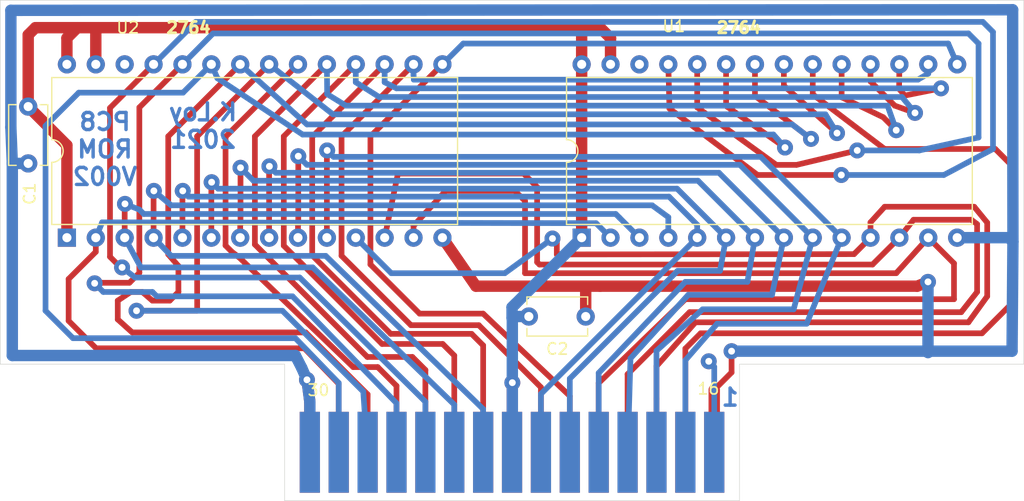
<source format=kicad_pcb>
(kicad_pcb (version 20171130) (host pcbnew "(5.1.8)-1")

  (general
    (thickness 1.6)
    (drawings 16)
    (tracks 376)
    (zones 0)
    (modules 5)
    (nets 30)
  )

  (page A4)
  (title_block
    (title "alphatronic PC8  ROM-PACK")
    (date 2021-01-23)
    (rev 2)
    (comment 1 "K.Loy, Nürnberg")
  )

  (layers
    (0 F.Cu signal)
    (31 B.Cu signal)
    (32 B.Adhes user)
    (33 F.Adhes user)
    (34 B.Paste user)
    (35 F.Paste user)
    (36 B.SilkS user)
    (37 F.SilkS user)
    (38 B.Mask user)
    (39 F.Mask user)
    (40 Dwgs.User user)
    (41 Cmts.User user)
    (42 Eco1.User user)
    (43 Eco2.User user)
    (44 Edge.Cuts user)
    (45 Margin user)
    (46 B.CrtYd user)
    (47 F.CrtYd user)
    (48 B.Fab user)
    (49 F.Fab user)
  )

  (setup
    (last_trace_width 0.25)
    (user_trace_width 0.5)
    (user_trace_width 0.75)
    (user_trace_width 1)
    (user_trace_width 1.5)
    (user_trace_width 2)
    (trace_clearance 0.2)
    (zone_clearance 0.508)
    (zone_45_only no)
    (trace_min 0.2)
    (via_size 0.8)
    (via_drill 0.4)
    (via_min_size 0.4)
    (via_min_drill 0.3)
    (uvia_size 0.3)
    (uvia_drill 0.1)
    (uvias_allowed no)
    (uvia_min_size 0.2)
    (uvia_min_drill 0.1)
    (edge_width 0.05)
    (segment_width 0.2)
    (pcb_text_width 0.3)
    (pcb_text_size 1.5 1.5)
    (mod_edge_width 0.12)
    (mod_text_size 1 1)
    (mod_text_width 0.15)
    (pad_size 1.524 1.524)
    (pad_drill 0.762)
    (pad_to_mask_clearance 0)
    (aux_axis_origin 0 0)
    (grid_origin 147.955 120.015)
    (visible_elements 7FFFFFFF)
    (pcbplotparams
      (layerselection 0x010fc_ffffffff)
      (usegerberextensions false)
      (usegerberattributes true)
      (usegerberadvancedattributes true)
      (creategerberjobfile true)
      (excludeedgelayer true)
      (linewidth 0.100000)
      (plotframeref false)
      (viasonmask false)
      (mode 1)
      (useauxorigin false)
      (hpglpennumber 1)
      (hpglpenspeed 20)
      (hpglpendiameter 15.000000)
      (psnegative false)
      (psa4output false)
      (plotreference true)
      (plotvalue true)
      (plotinvisibletext false)
      (padsonsilk false)
      (subtractmaskfromsilk false)
      (outputformat 1)
      (mirror false)
      (drillshape 0)
      (scaleselection 1)
      (outputdirectory "Gerber/"))
  )

  (net 0 "")
  (net 1 VCC)
  (net 2 GND)
  (net 3 "Net-(J1-Pad1)")
  (net 4 /A0)
  (net 5 /A1)
  (net 6 /A8)
  (net 7 /A9)
  (net 8 /A10)
  (net 9 /A11)
  (net 10 /CS1#)
  (net 11 /D0)
  (net 12 /D1)
  (net 13 /D2)
  (net 14 /D3)
  (net 15 /D4)
  (net 16 /D5)
  (net 17 /CS2#)
  (net 18 /OE#)
  (net 19 /A12)
  (net 20 /A7)
  (net 21 /D6)
  (net 22 /D7)
  (net 23 /A2)
  (net 24 /A3)
  (net 25 /A4)
  (net 26 /A5)
  (net 27 /A6)
  (net 28 "Net-(U1-Pad26)")
  (net 29 "Net-(U2-Pad26)")

  (net_class Default "This is the default net class."
    (clearance 0.2)
    (trace_width 0.25)
    (via_dia 0.8)
    (via_drill 0.4)
    (uvia_dia 0.3)
    (uvia_drill 0.1)
    (add_net /A0)
    (add_net /A1)
    (add_net /A10)
    (add_net /A11)
    (add_net /A12)
    (add_net /A2)
    (add_net /A3)
    (add_net /A4)
    (add_net /A5)
    (add_net /A6)
    (add_net /A7)
    (add_net /A8)
    (add_net /A9)
    (add_net /CS1#)
    (add_net /CS2#)
    (add_net /D0)
    (add_net /D1)
    (add_net /D2)
    (add_net /D3)
    (add_net /D4)
    (add_net /D5)
    (add_net /D6)
    (add_net /D7)
    (add_net /OE#)
    (add_net GND)
    (add_net "Net-(J1-Pad1)")
    (add_net "Net-(U1-Pad26)")
    (add_net "Net-(U2-Pad26)")
    (add_net VCC)
  )

  (module Capacitor_THT:C_Disc_D5.1mm_W3.2mm_P5.00mm (layer F.Cu) (tedit 5AE50EF0) (tstamp 600C902B)
    (at 105.41 94.361 90)
    (descr "C, Disc series, Radial, pin pitch=5.00mm, , diameter*width=5.1*3.2mm^2, Capacitor, http://www.vishay.com/docs/45233/krseries.pdf")
    (tags "C Disc series Radial pin pitch 5.00mm  diameter 5.1mm width 3.2mm Capacitor")
    (path /600ED849)
    (fp_text reference C1 (at -2.667 0.127 90) (layer F.SilkS)
      (effects (font (size 1 1) (thickness 0.15)))
    )
    (fp_text value 100nF (at 2.5 2.85 90) (layer F.Fab)
      (effects (font (size 1 1) (thickness 0.15)))
    )
    (fp_line (start 6.05 -1.85) (end -1.05 -1.85) (layer F.CrtYd) (width 0.05))
    (fp_line (start 6.05 1.85) (end 6.05 -1.85) (layer F.CrtYd) (width 0.05))
    (fp_line (start -1.05 1.85) (end 6.05 1.85) (layer F.CrtYd) (width 0.05))
    (fp_line (start -1.05 -1.85) (end -1.05 1.85) (layer F.CrtYd) (width 0.05))
    (fp_line (start 5.17 1.055) (end 5.17 1.721) (layer F.SilkS) (width 0.12))
    (fp_line (start 5.17 -1.721) (end 5.17 -1.055) (layer F.SilkS) (width 0.12))
    (fp_line (start -0.17 1.055) (end -0.17 1.721) (layer F.SilkS) (width 0.12))
    (fp_line (start -0.17 -1.721) (end -0.17 -1.055) (layer F.SilkS) (width 0.12))
    (fp_line (start -0.17 1.721) (end 5.17 1.721) (layer F.SilkS) (width 0.12))
    (fp_line (start -0.17 -1.721) (end 5.17 -1.721) (layer F.SilkS) (width 0.12))
    (fp_line (start 5.05 -1.6) (end -0.05 -1.6) (layer F.Fab) (width 0.1))
    (fp_line (start 5.05 1.6) (end 5.05 -1.6) (layer F.Fab) (width 0.1))
    (fp_line (start -0.05 1.6) (end 5.05 1.6) (layer F.Fab) (width 0.1))
    (fp_line (start -0.05 -1.6) (end -0.05 1.6) (layer F.Fab) (width 0.1))
    (fp_text user %R (at 2.5 0 90) (layer F.Fab)
      (effects (font (size 1 1) (thickness 0.15)))
    )
    (pad 2 thru_hole circle (at 5 0 90) (size 1.6 1.6) (drill 0.8) (layers *.Cu *.Mask)
      (net 1 VCC))
    (pad 1 thru_hole circle (at 0 0 90) (size 1.6 1.6) (drill 0.8) (layers *.Cu *.Mask)
      (net 2 GND))
    (model ${KISYS3DMOD}/Capacitor_THT.3dshapes/C_Disc_D5.1mm_W3.2mm_P5.00mm.wrl
      (at (xyz 0 0 0))
      (scale (xyz 1 1 1))
      (rotate (xyz 0 0 0))
    )
  )

  (module Capacitor_THT:C_Disc_D5.1mm_W3.2mm_P5.00mm (layer F.Cu) (tedit 5AE50EF0) (tstamp 600C91DB)
    (at 154.432 107.823 180)
    (descr "C, Disc series, Radial, pin pitch=5.00mm, , diameter*width=5.1*3.2mm^2, Capacitor, http://www.vishay.com/docs/45233/krseries.pdf")
    (tags "C Disc series Radial pin pitch 5.00mm  diameter 5.1mm width 3.2mm Capacitor")
    (path /600C6EFF)
    (fp_text reference C2 (at 2.5 -2.85) (layer F.SilkS)
      (effects (font (size 1 1) (thickness 0.15)))
    )
    (fp_text value 100nF (at 2.5 2.85) (layer F.Fab)
      (effects (font (size 1 1) (thickness 0.15)))
    )
    (fp_line (start -0.05 -1.6) (end -0.05 1.6) (layer F.Fab) (width 0.1))
    (fp_line (start -0.05 1.6) (end 5.05 1.6) (layer F.Fab) (width 0.1))
    (fp_line (start 5.05 1.6) (end 5.05 -1.6) (layer F.Fab) (width 0.1))
    (fp_line (start 5.05 -1.6) (end -0.05 -1.6) (layer F.Fab) (width 0.1))
    (fp_line (start -0.17 -1.721) (end 5.17 -1.721) (layer F.SilkS) (width 0.12))
    (fp_line (start -0.17 1.721) (end 5.17 1.721) (layer F.SilkS) (width 0.12))
    (fp_line (start -0.17 -1.721) (end -0.17 -1.055) (layer F.SilkS) (width 0.12))
    (fp_line (start -0.17 1.055) (end -0.17 1.721) (layer F.SilkS) (width 0.12))
    (fp_line (start 5.17 -1.721) (end 5.17 -1.055) (layer F.SilkS) (width 0.12))
    (fp_line (start 5.17 1.055) (end 5.17 1.721) (layer F.SilkS) (width 0.12))
    (fp_line (start -1.05 -1.85) (end -1.05 1.85) (layer F.CrtYd) (width 0.05))
    (fp_line (start -1.05 1.85) (end 6.05 1.85) (layer F.CrtYd) (width 0.05))
    (fp_line (start 6.05 1.85) (end 6.05 -1.85) (layer F.CrtYd) (width 0.05))
    (fp_line (start 6.05 -1.85) (end -1.05 -1.85) (layer F.CrtYd) (width 0.05))
    (fp_text user %R (at 2.5 0 180) (layer F.Fab)
      (effects (font (size 1 1) (thickness 0.15)))
    )
    (pad 1 thru_hole circle (at 0 0 180) (size 1.6 1.6) (drill 0.8) (layers *.Cu *.Mask)
      (net 2 GND))
    (pad 2 thru_hole circle (at 5 0 180) (size 1.6 1.6) (drill 0.8) (layers *.Cu *.Mask)
      (net 1 VCC))
    (model ${KISYS3DMOD}/Capacitor_THT.3dshapes/C_Disc_D5.1mm_W3.2mm_P5.00mm.wrl
      (at (xyz 0 0 0))
      (scale (xyz 1 1 1))
      (rotate (xyz 0 0 0))
    )
  )

  (module my_footprint:PC8_ROM_SLOT (layer F.Cu) (tedit 600C09FB) (tstamp 600C81EF)
    (at 147.955 120.015)
    (descr "Connecteur Bus PC 8 bits")
    (tags "CONN PC ISA")
    (path /600F104F)
    (fp_text reference J1 (at 13.97 -6.35) (layer F.SilkS) hide
      (effects (font (size 1.524 1.524) (thickness 0.3048)))
    )
    (fp_text value ROM-SLOT (at -11.43 5.08) (layer F.SilkS) hide
      (effects (font (size 1.524 1.524) (thickness 0.3048)))
    )
    (fp_line (start 20.32 -5.08) (end 20.32 3.81) (layer Dwgs.User) (width 0.3048))
    (fp_line (start -20.32 3.81) (end -20.32 -5.08) (layer Dwgs.User) (width 0.3048))
    (fp_line (start -20.32 -5.08) (end 20.32 -5.08) (layer Dwgs.User) (width 0.3048))
    (fp_line (start -20.32 3.81) (end 20.32 3.81) (layer Dwgs.User) (width 0.3048))
    (pad 1 connect rect (at 17.78 -0.254) (size 1.778 7.112) (layers B.Cu B.Mask)
      (net 3 "Net-(J1-Pad1)"))
    (pad 2 connect rect (at 15.24 -0.254) (size 1.778 7.112) (layers B.Cu B.Mask)
      (net 4 /A0))
    (pad 3 connect rect (at 12.7 -0.254) (size 1.778 7.112) (layers B.Cu B.Mask)
      (net 5 /A1))
    (pad 11 connect rect (at -7.62 -0.254) (size 1.778 7.112) (layers B.Cu B.Mask)
      (net 6 /A8))
    (pad 12 connect rect (at -10.16 -0.254) (size 1.778 7.112) (layers B.Cu B.Mask)
      (net 7 /A9))
    (pad 13 connect rect (at -12.7 -0.254) (size 1.778 7.112) (layers B.Cu B.Mask)
      (net 8 /A10))
    (pad 14 connect rect (at -15.24 -0.254) (size 1.778 7.112) (layers B.Cu B.Mask)
      (net 9 /A11))
    (pad 17 connect rect (at 15.24 -0.254) (size 1.778 7.112) (layers F.Cu F.Mask)
      (net 10 /CS1#))
    (pad 18 connect rect (at 12.7 -0.254) (size 1.778 7.112) (layers F.Cu F.Mask)
      (net 11 /D0))
    (pad 19 connect rect (at 10.16 -0.254) (size 1.778 7.112) (layers F.Cu F.Mask)
      (net 12 /D1))
    (pad 20 connect rect (at 7.62 -0.254) (size 1.778 7.112) (layers F.Cu F.Mask)
      (net 13 /D2))
    (pad 21 connect rect (at 5.08 -0.254) (size 1.778 7.112) (layers F.Cu F.Mask)
      (net 14 /D3))
    (pad 22 connect rect (at 2.54 -0.254) (size 1.778 7.112) (layers F.Cu F.Mask)
      (net 15 /D4))
    (pad 23 connect rect (at 0 -0.254) (size 1.778 7.112) (layers F.Cu F.Mask)
      (net 1 VCC))
    (pad 24 connect rect (at -2.54 -0.254) (size 1.778 7.112) (layers F.Cu F.Mask)
      (net 16 /D5))
    (pad 27 connect rect (at -10.16 -0.254) (size 1.778 7.112) (layers F.Cu F.Mask)
      (net 17 /CS2#))
    (pad 28 connect rect (at -12.7 -0.254) (size 1.778 7.112) (layers F.Cu F.Mask)
      (net 18 /OE#))
    (pad 29 connect rect (at -15.24 -0.254) (size 1.778 7.112) (layers F.Cu F.Mask)
      (net 19 /A12))
    (pad 30 connect rect (at -17.78 -0.254) (size 1.778 7.112) (layers F.Cu F.Mask)
      (net 2 GND))
    (pad 10 connect rect (at -5.08 -0.254) (size 1.778 7.112) (layers B.Cu B.Mask)
      (net 20 /A7))
    (pad 16 connect rect (at 17.78 -0.254) (size 1.778 7.112) (layers F.Cu F.Mask)
      (net 2 GND))
    (pad 25 connect rect (at -5.08 -0.254) (size 1.778 7.112) (layers F.Cu F.Mask)
      (net 21 /D6))
    (pad 26 connect rect (at -7.62 -0.254) (size 1.778 7.112) (layers F.Cu F.Mask)
      (net 22 /D7))
    (pad 4 connect rect (at 10.16 -0.254) (size 1.778 7.112) (layers B.Cu B.Mask)
      (net 23 /A2))
    (pad 5 connect rect (at 7.62 -0.254) (size 1.778 7.112) (layers B.Cu B.Mask)
      (net 24 /A3))
    (pad 6 connect rect (at 5.08 -0.254) (size 1.778 7.112) (layers B.Cu B.Mask)
      (net 25 /A4))
    (pad 7 connect rect (at 2.54 -0.254) (size 1.778 7.112) (layers B.Cu B.Mask)
      (net 26 /A5))
    (pad 8 connect rect (at 0 -0.254) (size 1.778 7.112) (layers B.Cu B.Mask)
      (net 1 VCC))
    (pad 9 connect rect (at -2.54 -0.254) (size 1.778 7.112) (layers B.Cu B.Mask)
      (net 27 /A6))
    (pad 15 connect rect (at -17.78 -0.254) (size 1.778 7.112) (layers B.Cu B.Mask)
      (net 2 GND))
  )

  (module Package_DIP:DIP-28_W15.24mm (layer F.Cu) (tedit 5A02E8C5) (tstamp 600C821F)
    (at 154.0764 100.8888 90)
    (descr "28-lead though-hole mounted DIP package, row spacing 15.24 mm (600 mils)")
    (tags "THT DIP DIL PDIP 2.54mm 15.24mm 600mil")
    (path /600CE9FF)
    (fp_text reference U1 (at 18.5928 8.1026 180) (layer F.SilkS)
      (effects (font (size 1 1) (thickness 0.15)))
    )
    (fp_text value 2764 (at 9.9568 32.1056 180) (layer F.Fab)
      (effects (font (size 1 1) (thickness 0.15)))
    )
    (fp_line (start 16.3 -1.55) (end -1.05 -1.55) (layer F.CrtYd) (width 0.05))
    (fp_line (start 16.3 34.55) (end 16.3 -1.55) (layer F.CrtYd) (width 0.05))
    (fp_line (start -1.05 34.55) (end 16.3 34.55) (layer F.CrtYd) (width 0.05))
    (fp_line (start -1.05 -1.55) (end -1.05 34.55) (layer F.CrtYd) (width 0.05))
    (fp_line (start 14.08 -1.33) (end 8.62 -1.33) (layer F.SilkS) (width 0.12))
    (fp_line (start 14.08 34.35) (end 14.08 -1.33) (layer F.SilkS) (width 0.12))
    (fp_line (start 1.16 34.35) (end 14.08 34.35) (layer F.SilkS) (width 0.12))
    (fp_line (start 1.16 -1.33) (end 1.16 34.35) (layer F.SilkS) (width 0.12))
    (fp_line (start 6.62 -1.33) (end 1.16 -1.33) (layer F.SilkS) (width 0.12))
    (fp_line (start 0.255 -0.27) (end 1.255 -1.27) (layer F.Fab) (width 0.1))
    (fp_line (start 0.255 34.29) (end 0.255 -0.27) (layer F.Fab) (width 0.1))
    (fp_line (start 14.985 34.29) (end 0.255 34.29) (layer F.Fab) (width 0.1))
    (fp_line (start 14.985 -1.27) (end 14.985 34.29) (layer F.Fab) (width 0.1))
    (fp_line (start 1.255 -1.27) (end 14.985 -1.27) (layer F.Fab) (width 0.1))
    (fp_text user %R (at 7.62 16.51 90) (layer F.Fab)
      (effects (font (size 1 1) (thickness 0.15)))
    )
    (fp_arc (start 7.62 -1.33) (end 6.62 -1.33) (angle -180) (layer F.SilkS) (width 0.12))
    (pad 28 thru_hole oval (at 15.24 0 90) (size 1.6 1.6) (drill 0.8) (layers *.Cu *.Mask)
      (net 1 VCC))
    (pad 14 thru_hole oval (at 0 33.02 90) (size 1.6 1.6) (drill 0.8) (layers *.Cu *.Mask)
      (net 2 GND))
    (pad 27 thru_hole oval (at 15.24 2.54 90) (size 1.6 1.6) (drill 0.8) (layers *.Cu *.Mask)
      (net 1 VCC))
    (pad 13 thru_hole oval (at 0 30.48 90) (size 1.6 1.6) (drill 0.8) (layers *.Cu *.Mask)
      (net 13 /D2))
    (pad 26 thru_hole oval (at 15.24 5.08 90) (size 1.6 1.6) (drill 0.8) (layers *.Cu *.Mask)
      (net 28 "Net-(U1-Pad26)"))
    (pad 12 thru_hole oval (at 0 27.94 90) (size 1.6 1.6) (drill 0.8) (layers *.Cu *.Mask)
      (net 12 /D1))
    (pad 25 thru_hole oval (at 15.24 7.62 90) (size 1.6 1.6) (drill 0.8) (layers *.Cu *.Mask)
      (net 6 /A8))
    (pad 11 thru_hole oval (at 0 25.4 90) (size 1.6 1.6) (drill 0.8) (layers *.Cu *.Mask)
      (net 11 /D0))
    (pad 24 thru_hole oval (at 15.24 10.16 90) (size 1.6 1.6) (drill 0.8) (layers *.Cu *.Mask)
      (net 7 /A9))
    (pad 10 thru_hole oval (at 0 22.86 90) (size 1.6 1.6) (drill 0.8) (layers *.Cu *.Mask)
      (net 4 /A0))
    (pad 23 thru_hole oval (at 15.24 12.7 90) (size 1.6 1.6) (drill 0.8) (layers *.Cu *.Mask)
      (net 9 /A11))
    (pad 9 thru_hole oval (at 0 20.32 90) (size 1.6 1.6) (drill 0.8) (layers *.Cu *.Mask)
      (net 5 /A1))
    (pad 22 thru_hole oval (at 15.24 15.24 90) (size 1.6 1.6) (drill 0.8) (layers *.Cu *.Mask)
      (net 18 /OE#))
    (pad 8 thru_hole oval (at 0 17.78 90) (size 1.6 1.6) (drill 0.8) (layers *.Cu *.Mask)
      (net 23 /A2))
    (pad 21 thru_hole oval (at 15.24 17.78 90) (size 1.6 1.6) (drill 0.8) (layers *.Cu *.Mask)
      (net 8 /A10))
    (pad 7 thru_hole oval (at 0 15.24 90) (size 1.6 1.6) (drill 0.8) (layers *.Cu *.Mask)
      (net 24 /A3))
    (pad 20 thru_hole oval (at 15.24 20.32 90) (size 1.6 1.6) (drill 0.8) (layers *.Cu *.Mask)
      (net 10 /CS1#))
    (pad 6 thru_hole oval (at 0 12.7 90) (size 1.6 1.6) (drill 0.8) (layers *.Cu *.Mask)
      (net 25 /A4))
    (pad 19 thru_hole oval (at 15.24 22.86 90) (size 1.6 1.6) (drill 0.8) (layers *.Cu *.Mask)
      (net 22 /D7))
    (pad 5 thru_hole oval (at 0 10.16 90) (size 1.6 1.6) (drill 0.8) (layers *.Cu *.Mask)
      (net 26 /A5))
    (pad 18 thru_hole oval (at 15.24 25.4 90) (size 1.6 1.6) (drill 0.8) (layers *.Cu *.Mask)
      (net 21 /D6))
    (pad 4 thru_hole oval (at 0 7.62 90) (size 1.6 1.6) (drill 0.8) (layers *.Cu *.Mask)
      (net 27 /A6))
    (pad 17 thru_hole oval (at 15.24 27.94 90) (size 1.6 1.6) (drill 0.8) (layers *.Cu *.Mask)
      (net 16 /D5))
    (pad 3 thru_hole oval (at 0 5.08 90) (size 1.6 1.6) (drill 0.8) (layers *.Cu *.Mask)
      (net 20 /A7))
    (pad 16 thru_hole oval (at 15.24 30.48 90) (size 1.6 1.6) (drill 0.8) (layers *.Cu *.Mask)
      (net 15 /D4))
    (pad 2 thru_hole oval (at 0 2.54 90) (size 1.6 1.6) (drill 0.8) (layers *.Cu *.Mask)
      (net 19 /A12))
    (pad 15 thru_hole oval (at 15.24 33.02 90) (size 1.6 1.6) (drill 0.8) (layers *.Cu *.Mask)
      (net 14 /D3))
    (pad 1 thru_hole rect (at 0 0 90) (size 1.6 1.6) (drill 0.8) (layers *.Cu *.Mask)
      (net 1 VCC))
    (model ${KISYS3DMOD}/Package_DIP.3dshapes/DIP-28_W15.24mm.wrl
      (at (xyz 0 0 0))
      (scale (xyz 1 1 1))
      (rotate (xyz 0 0 0))
    )
  )

  (module Package_DIP:DIP-28_W15.24mm (layer F.Cu) (tedit 5A02E8C5) (tstamp 600C824F)
    (at 108.8136 100.8888 90)
    (descr "28-lead though-hole mounted DIP package, row spacing 15.24 mm (600 mils)")
    (tags "THT DIP DIL PDIP 2.54mm 15.24mm 600mil")
    (path /600C19BB)
    (fp_text reference U2 (at 18.4658 5.3594 180) (layer F.SilkS)
      (effects (font (size 1 1) (thickness 0.15)))
    )
    (fp_text value 2764 (at 7.4168 2.1844 270) (layer F.Fab)
      (effects (font (size 1 1) (thickness 0.15)))
    )
    (fp_line (start 1.255 -1.27) (end 14.985 -1.27) (layer F.Fab) (width 0.1))
    (fp_line (start 14.985 -1.27) (end 14.985 34.29) (layer F.Fab) (width 0.1))
    (fp_line (start 14.985 34.29) (end 0.255 34.29) (layer F.Fab) (width 0.1))
    (fp_line (start 0.255 34.29) (end 0.255 -0.27) (layer F.Fab) (width 0.1))
    (fp_line (start 0.255 -0.27) (end 1.255 -1.27) (layer F.Fab) (width 0.1))
    (fp_line (start 6.62 -1.33) (end 1.16 -1.33) (layer F.SilkS) (width 0.12))
    (fp_line (start 1.16 -1.33) (end 1.16 34.35) (layer F.SilkS) (width 0.12))
    (fp_line (start 1.16 34.35) (end 14.08 34.35) (layer F.SilkS) (width 0.12))
    (fp_line (start 14.08 34.35) (end 14.08 -1.33) (layer F.SilkS) (width 0.12))
    (fp_line (start 14.08 -1.33) (end 8.62 -1.33) (layer F.SilkS) (width 0.12))
    (fp_line (start -1.05 -1.55) (end -1.05 34.55) (layer F.CrtYd) (width 0.05))
    (fp_line (start -1.05 34.55) (end 16.3 34.55) (layer F.CrtYd) (width 0.05))
    (fp_line (start 16.3 34.55) (end 16.3 -1.55) (layer F.CrtYd) (width 0.05))
    (fp_line (start 16.3 -1.55) (end -1.05 -1.55) (layer F.CrtYd) (width 0.05))
    (fp_arc (start 7.62 -1.33) (end 6.62 -1.33) (angle -180) (layer F.SilkS) (width 0.12))
    (fp_text user %R (at 9.1948 7.6454 270) (layer F.Fab)
      (effects (font (size 1 1) (thickness 0.15)))
    )
    (pad 1 thru_hole rect (at 0 0 90) (size 1.6 1.6) (drill 0.8) (layers *.Cu *.Mask)
      (net 1 VCC))
    (pad 15 thru_hole oval (at 15.24 33.02 90) (size 1.6 1.6) (drill 0.8) (layers *.Cu *.Mask)
      (net 14 /D3))
    (pad 2 thru_hole oval (at 0 2.54 90) (size 1.6 1.6) (drill 0.8) (layers *.Cu *.Mask)
      (net 19 /A12))
    (pad 16 thru_hole oval (at 15.24 30.48 90) (size 1.6 1.6) (drill 0.8) (layers *.Cu *.Mask)
      (net 15 /D4))
    (pad 3 thru_hole oval (at 0 5.08 90) (size 1.6 1.6) (drill 0.8) (layers *.Cu *.Mask)
      (net 20 /A7))
    (pad 17 thru_hole oval (at 15.24 27.94 90) (size 1.6 1.6) (drill 0.8) (layers *.Cu *.Mask)
      (net 16 /D5))
    (pad 4 thru_hole oval (at 0 7.62 90) (size 1.6 1.6) (drill 0.8) (layers *.Cu *.Mask)
      (net 27 /A6))
    (pad 18 thru_hole oval (at 15.24 25.4 90) (size 1.6 1.6) (drill 0.8) (layers *.Cu *.Mask)
      (net 21 /D6))
    (pad 5 thru_hole oval (at 0 10.16 90) (size 1.6 1.6) (drill 0.8) (layers *.Cu *.Mask)
      (net 26 /A5))
    (pad 19 thru_hole oval (at 15.24 22.86 90) (size 1.6 1.6) (drill 0.8) (layers *.Cu *.Mask)
      (net 22 /D7))
    (pad 6 thru_hole oval (at 0 12.7 90) (size 1.6 1.6) (drill 0.8) (layers *.Cu *.Mask)
      (net 25 /A4))
    (pad 20 thru_hole oval (at 15.24 20.32 90) (size 1.6 1.6) (drill 0.8) (layers *.Cu *.Mask)
      (net 17 /CS2#))
    (pad 7 thru_hole oval (at 0 15.24 90) (size 1.6 1.6) (drill 0.8) (layers *.Cu *.Mask)
      (net 24 /A3))
    (pad 21 thru_hole oval (at 15.24 17.78 90) (size 1.6 1.6) (drill 0.8) (layers *.Cu *.Mask)
      (net 8 /A10))
    (pad 8 thru_hole oval (at 0 17.78 90) (size 1.6 1.6) (drill 0.8) (layers *.Cu *.Mask)
      (net 23 /A2))
    (pad 22 thru_hole oval (at 15.24 15.24 90) (size 1.6 1.6) (drill 0.8) (layers *.Cu *.Mask)
      (net 18 /OE#))
    (pad 9 thru_hole oval (at 0 20.32 90) (size 1.6 1.6) (drill 0.8) (layers *.Cu *.Mask)
      (net 5 /A1))
    (pad 23 thru_hole oval (at 15.24 12.7 90) (size 1.6 1.6) (drill 0.8) (layers *.Cu *.Mask)
      (net 9 /A11))
    (pad 10 thru_hole oval (at 0 22.86 90) (size 1.6 1.6) (drill 0.8) (layers *.Cu *.Mask)
      (net 4 /A0))
    (pad 24 thru_hole oval (at 15.24 10.16 90) (size 1.6 1.6) (drill 0.8) (layers *.Cu *.Mask)
      (net 7 /A9))
    (pad 11 thru_hole oval (at 0 25.4 90) (size 1.6 1.6) (drill 0.8) (layers *.Cu *.Mask)
      (net 11 /D0))
    (pad 25 thru_hole oval (at 15.24 7.62 90) (size 1.6 1.6) (drill 0.8) (layers *.Cu *.Mask)
      (net 6 /A8))
    (pad 12 thru_hole oval (at 0 27.94 90) (size 1.6 1.6) (drill 0.8) (layers *.Cu *.Mask)
      (net 12 /D1))
    (pad 26 thru_hole oval (at 15.24 5.08 90) (size 1.6 1.6) (drill 0.8) (layers *.Cu *.Mask)
      (net 29 "Net-(U2-Pad26)"))
    (pad 13 thru_hole oval (at 0 30.48 90) (size 1.6 1.6) (drill 0.8) (layers *.Cu *.Mask)
      (net 13 /D2))
    (pad 27 thru_hole oval (at 15.24 2.54 90) (size 1.6 1.6) (drill 0.8) (layers *.Cu *.Mask)
      (net 1 VCC))
    (pad 14 thru_hole oval (at 0 33.02 90) (size 1.6 1.6) (drill 0.8) (layers *.Cu *.Mask)
      (net 2 GND))
    (pad 28 thru_hole oval (at 15.24 0 90) (size 1.6 1.6) (drill 0.8) (layers *.Cu *.Mask)
      (net 1 VCC))
    (model ${KISYS3DMOD}/Package_DIP.3dshapes/DIP-28_W15.24mm.wrl
      (at (xyz 0 0 0))
      (scale (xyz 1 1 1))
      (rotate (xyz 0 0 0))
    )
  )

  (gr_line (start 167.955 112.015) (end 167.955 124.015) (layer Edge.Cuts) (width 0.05) (tstamp 600CA85E))
  (gr_line (start 192.955 112.015) (end 167.955 112.015) (layer Edge.Cuts) (width 0.05))
  (gr_line (start 192.955 111.915) (end 192.955 112.015) (layer Edge.Cuts) (width 0.05))
  (gr_line (start 192.955 80.015) (end 192.955 111.915) (layer Edge.Cuts) (width 0.05))
  (gr_line (start 102.955 80.015) (end 192.955 80.015) (layer Edge.Cuts) (width 0.05))
  (gr_line (start 102.955 112.015) (end 102.955 80.015) (layer Edge.Cuts) (width 0.05))
  (gr_line (start 127.955 112.015) (end 102.955 112.015) (layer Edge.Cuts) (width 0.05))
  (gr_line (start 127.955 124.015) (end 127.955 112.015) (layer Edge.Cuts) (width 0.05))
  (gr_line (start 167.955 124.015) (end 127.955 124.015) (layer Edge.Cuts) (width 0.05))
  (gr_text "PC8\nROM\nV002" (at 112.155 93.115) (layer B.Cu)
    (effects (font (size 1.5 1.5) (thickness 0.3)) (justify mirror))
  )
  (gr_text "K.Loy\n2021" (at 120.777 91.059) (layer B.Cu)
    (effects (font (size 1.5 1.5) (thickness 0.3)) (justify mirror))
  )
  (gr_text 30 (at 130.937 114.3) (layer F.SilkS)
    (effects (font (size 1 1) (thickness 0.15)))
  )
  (gr_text 16 (at 165.227 114.173) (layer F.SilkS)
    (effects (font (size 1 1) (thickness 0.15)))
  )
  (gr_text 1 (at 167.132 114.935) (layer B.Cu)
    (effects (font (size 1.5 1.5) (thickness 0.3)) (justify mirror))
  )
  (gr_text 2764 (at 119.507 82.423) (layer F.SilkS) (tstamp 600C9C4B)
    (effects (font (size 1 1) (thickness 0.25)))
  )
  (gr_text 2764 (at 167.894 82.423) (layer F.SilkS)
    (effects (font (size 1 1) (thickness 0.25)))
  )

  (segment (start 156.6164 85.6488) (end 156.6164 83.3374) (width 1) (layer F.Cu) (net 1))
  (segment (start 156.6164 83.3374) (end 155.702 82.423) (width 1) (layer F.Cu) (net 1))
  (segment (start 108.8136 83.3374) (end 108.8136 85.6488) (width 1) (layer F.Cu) (net 1))
  (segment (start 109.728 82.423) (end 108.8136 83.3374) (width 1) (layer F.Cu) (net 1))
  (segment (start 111.3536 82.7024) (end 111.633 82.423) (width 1) (layer F.Cu) (net 1))
  (segment (start 111.3536 85.6488) (end 111.3536 82.7024) (width 1) (layer F.Cu) (net 1))
  (segment (start 111.633 82.423) (end 109.728 82.423) (width 1) (layer F.Cu) (net 1))
  (segment (start 154.0764 82.5246) (end 154.178 82.423) (width 1) (layer F.Cu) (net 1))
  (segment (start 154.178 82.423) (end 111.633 82.423) (width 1) (layer F.Cu) (net 1))
  (segment (start 154.0764 85.6488) (end 154.0764 82.5246) (width 1) (layer F.Cu) (net 1))
  (segment (start 155.702 82.423) (end 154.178 82.423) (width 1) (layer F.Cu) (net 1))
  (segment (start 105.41 89.361) (end 105.41 83.058) (width 1) (layer F.Cu) (net 1))
  (segment (start 106.045 82.423) (end 105.41 83.058) (width 1) (layer F.Cu) (net 1))
  (segment (start 109.728 82.423) (end 106.045 82.423) (width 1) (layer F.Cu) (net 1))
  (segment (start 108.8136 92.7646) (end 105.41 89.361) (width 1) (layer F.Cu) (net 1))
  (segment (start 108.8136 100.8888) (end 108.8136 92.7646) (width 1) (layer F.Cu) (net 1))
  (segment (start 147.955 107.0102) (end 154.0764 100.8888) (width 1) (layer B.Cu) (net 1))
  (segment (start 154.0764 100.8888) (end 154.0764 85.6488) (width 1) (layer F.Cu) (net 1))
  (segment (start 148.2852 106.68) (end 147.955 107.0102) (width 1) (layer B.Cu) (net 1))
  (segment (start 148.082 107.823) (end 147.955 107.95) (width 1) (layer B.Cu) (net 1))
  (segment (start 149.432 107.823) (end 148.082 107.823) (width 1) (layer B.Cu) (net 1))
  (segment (start 147.955 107.95) (end 147.955 107.0102) (width 1) (layer B.Cu) (net 1))
  (via (at 147.9804 113.6396) (size 1.4) (drill 0.6) (layers F.Cu B.Cu) (net 1) (tstamp 600D3AEB))
  (segment (start 147.9804 119.7356) (end 147.955 119.761) (width 1) (layer F.Cu) (net 1))
  (segment (start 147.9804 113.6396) (end 147.9804 119.7356) (width 1) (layer F.Cu) (net 1))
  (segment (start 147.9804 119.7356) (end 147.955 119.761) (width 1) (layer B.Cu) (net 1))
  (segment (start 147.9804 113.6396) (end 147.9804 119.7356) (width 1) (layer B.Cu) (net 1))
  (segment (start 147.9804 107.9246) (end 148.082 107.823) (width 1) (layer B.Cu) (net 1))
  (segment (start 147.9804 113.6396) (end 147.9804 107.9246) (width 1) (layer B.Cu) (net 1))
  (segment (start 130.175 120.015) (end 130.175 118.825) (width 1.5) (layer B.Cu) (net 2))
  (segment (start 191.643 100.8888) (end 192 101.2458) (width 1) (layer B.Cu) (net 2))
  (segment (start 187.0964 100.8888) (end 191.643 100.8888) (width 1) (layer B.Cu) (net 2))
  (segment (start 105.41 94.361) (end 104.013 94.361) (width 1) (layer B.Cu) (net 2))
  (segment (start 184.531 104.775) (end 184.531 110.998) (width 1) (layer B.Cu) (net 2))
  (via (at 184.531 104.775) (size 1.4) (drill 0.6) (layers F.Cu B.Cu) (net 2))
  (segment (start 144.78 105.156) (end 141.8336 100.8888) (width 1) (layer F.Cu) (net 2))
  (segment (start 184.531 104.775) (end 183.58099 105.156) (width 1) (layer F.Cu) (net 2))
  (segment (start 183.58099 105.156) (end 155.702 105.156) (width 1) (layer F.Cu) (net 2))
  (segment (start 165.735 114.265) (end 165.735 120.015) (width 1) (layer F.Cu) (net 2))
  (segment (start 154.432 105.41) (end 154.178 105.156) (width 1) (layer F.Cu) (net 2))
  (segment (start 154.432 107.823) (end 154.432 105.41) (width 1) (layer F.Cu) (net 2))
  (segment (start 154.178 105.156) (end 144.78 105.156) (width 1) (layer F.Cu) (net 2))
  (segment (start 155.702 105.156) (end 154.178 105.156) (width 1) (layer F.Cu) (net 2))
  (via (at 167.259 110.871) (size 1.4) (drill 0.6) (layers F.Cu B.Cu) (net 2))
  (segment (start 167.259 112.741) (end 167.259 110.871) (width 0.5) (layer F.Cu) (net 2))
  (segment (start 165.735 114.265) (end 167.259 112.741) (width 0.5) (layer F.Cu) (net 2))
  (segment (start 191.9224 110.871) (end 192 101.2458) (width 1) (layer B.Cu) (net 2))
  (segment (start 167.259 110.871) (end 191.9224 110.871) (width 1) (layer B.Cu) (net 2))
  (segment (start 191.9732 80.8482) (end 192 101.2458) (width 1) (layer B.Cu) (net 2))
  (segment (start 103.886 80.899) (end 191.9732 80.8482) (width 1) (layer B.Cu) (net 2))
  (segment (start 103.886 91.186) (end 103.886 80.899) (width 1) (layer B.Cu) (net 2))
  (segment (start 104.013 94.361) (end 103.886 91.186) (width 1) (layer B.Cu) (net 2))
  (segment (start 130.175 115.316) (end 130.175 120.015) (width 1) (layer B.Cu) (net 2))
  (segment (start 129.921 113.3856) (end 130.175 115.316) (width 1) (layer B.Cu) (net 2))
  (segment (start 130.175 115.316) (end 130.175 120.015) (width 1) (layer F.Cu) (net 2))
  (segment (start 129.921 113.3856) (end 130.175 115.316) (width 1) (layer F.Cu) (net 2))
  (via (at 129.921 113.3856) (size 1.4) (drill 0.6) (layers F.Cu B.Cu) (net 2))
  (segment (start 104.013 111.252) (end 104.013 94.361) (width 1) (layer B.Cu) (net 2))
  (segment (start 128.905 111.252) (end 104.013 111.252) (width 1) (layer B.Cu) (net 2))
  (segment (start 129.4638 112.3442) (end 128.905 111.252) (width 1) (layer B.Cu) (net 2))
  (segment (start 129.921 113.3856) (end 129.4638 112.3442) (width 1) (layer B.Cu) (net 2))
  (via (at 165.2524 111.76) (size 1.4) (drill 0.6) (layers F.Cu B.Cu) (net 3))
  (segment (start 165.735 112.2426) (end 165.2524 111.76) (width 0.5) (layer B.Cu) (net 3))
  (segment (start 165.735 120.015) (end 165.735 112.2426) (width 0.5) (layer B.Cu) (net 3))
  (segment (start 165.649999 119.929999) (end 165.735 120.015) (width 0.5) (layer B.Cu) (net 3))
  (segment (start 163.195 111.666998) (end 163.195 120.015) (width 0.5) (layer B.Cu) (net 4))
  (segment (start 165.989 108.458) (end 163.195 111.666998) (width 0.5) (layer B.Cu) (net 4))
  (segment (start 173.863 108.458) (end 165.989 108.458) (width 0.5) (layer B.Cu) (net 4))
  (segment (start 176.9364 100.8888) (end 173.863 108.458) (width 0.5) (layer B.Cu) (net 4))
  (via (at 131.699 93.218) (size 1.4) (drill 0.6) (layers F.Cu B.Cu) (net 4) (tstamp 600C9665))
  (segment (start 132.26295 93.78195) (end 131.699 93.218) (width 0.5) (layer B.Cu) (net 4))
  (segment (start 169.82955 93.78195) (end 132.26295 93.78195) (width 0.5) (layer B.Cu) (net 4))
  (segment (start 176.9364 100.8888) (end 169.82955 93.78195) (width 0.5) (layer B.Cu) (net 4))
  (segment (start 131.6736 93.2434) (end 131.699 93.218) (width 0.5) (layer F.Cu) (net 4))
  (segment (start 131.6736 100.8888) (end 131.6736 93.2434) (width 0.5) (layer F.Cu) (net 4))
  (segment (start 160.655 110.834478) (end 160.655 120.015) (width 0.5) (layer B.Cu) (net 5))
  (segment (start 164.719 107.188) (end 160.655 110.834478) (width 0.5) (layer B.Cu) (net 5))
  (segment (start 172.72 107.188) (end 164.719 107.188) (width 0.5) (layer B.Cu) (net 5))
  (segment (start 174.3964 100.8888) (end 172.72 107.188) (width 0.5) (layer B.Cu) (net 5))
  (via (at 129.159 93.726) (size 1.4) (drill 0.6) (layers F.Cu B.Cu) (net 5) (tstamp 600C962F))
  (segment (start 129.91496 94.48196) (end 129.159 93.726) (width 0.5) (layer B.Cu) (net 5))
  (segment (start 167.98956 94.48196) (end 129.91496 94.48196) (width 0.5) (layer B.Cu) (net 5))
  (segment (start 174.3964 100.8888) (end 167.98956 94.48196) (width 0.5) (layer B.Cu) (net 5))
  (segment (start 129.159 99.73203) (end 129.159 93.726) (width 0.5) (layer F.Cu) (net 5))
  (segment (start 129.1336 99.75743) (end 129.159 99.73203) (width 0.5) (layer F.Cu) (net 5))
  (segment (start 129.1336 100.8888) (end 129.1336 99.75743) (width 0.5) (layer F.Cu) (net 5))
  (segment (start 161.798 89.535) (end 161.6964 85.6488) (width 0.5) (layer F.Cu) (net 6))
  (segment (start 169.545 95.377) (end 161.798 89.535) (width 0.5) (layer F.Cu) (net 6))
  (segment (start 176.911 95.377) (end 169.545 95.377) (width 0.5) (layer F.Cu) (net 6))
  (via (at 176.911 95.377) (size 1.4) (drill 0.6) (layers F.Cu B.Cu) (net 6))
  (segment (start 119.85141 82.23099) (end 116.4336 85.6488) (width 0.5) (layer B.Cu) (net 6))
  (segment (start 120.142 81.915) (end 119.85141 82.23099) (width 0.5) (layer B.Cu) (net 6))
  (segment (start 190.246 93.091) (end 190.246 82.804) (width 0.5) (layer B.Cu) (net 6))
  (segment (start 185.928 95.377) (end 190.246 93.091) (width 0.5) (layer B.Cu) (net 6))
  (segment (start 189.357 81.915) (end 120.142 81.915) (width 0.5) (layer B.Cu) (net 6))
  (segment (start 190.246 82.804) (end 189.357 81.915) (width 0.5) (layer B.Cu) (net 6))
  (segment (start 176.911 95.377) (end 185.928 95.377) (width 0.5) (layer B.Cu) (net 6))
  (via (at 113.665 103.505) (size 1.4) (drill 0.6) (layers F.Cu B.Cu) (net 6) (tstamp 600C9264))
  (segment (start 112.603601 89.478799) (end 112.603601 102.570601) (width 0.5) (layer F.Cu) (net 6))
  (segment (start 116.4336 85.6488) (end 112.603601 89.478799) (width 0.5) (layer F.Cu) (net 6))
  (segment (start 112.603601 102.570601) (end 113.538 103.505) (width 0.5) (layer F.Cu) (net 6))
  (segment (start 140.335 116.967) (end 140.335 120.015) (width 0.5) (layer B.Cu) (net 6))
  (segment (start 129.286 104.394) (end 140.208 115.189) (width 0.5) (layer B.Cu) (net 6))
  (segment (start 114.808 104.394) (end 129.286 104.394) (width 0.5) (layer B.Cu) (net 6))
  (segment (start 113.665 103.505) (end 114.808 104.394) (width 0.5) (layer B.Cu) (net 6))
  (segment (start 140.335 115.316) (end 140.208 115.189) (width 0.5) (layer B.Cu) (net 6))
  (segment (start 140.335 120.015) (end 140.335 115.316) (width 0.5) (layer B.Cu) (net 6))
  (via (at 178.308 93.218) (size 1.4) (drill 0.6) (layers F.Cu B.Cu) (net 7))
  (segment (start 121.666 82.931) (end 118.9736 85.6488) (width 0.5) (layer B.Cu) (net 7))
  (segment (start 188.087 82.931) (end 121.666 82.931) (width 0.5) (layer B.Cu) (net 7))
  (segment (start 188.976 83.82) (end 188.087 82.931) (width 0.5) (layer B.Cu) (net 7))
  (segment (start 188.976 92.075) (end 188.976 83.82) (width 0.5) (layer B.Cu) (net 7))
  (segment (start 183.769 93.218) (end 188.976 92.075) (width 0.5) (layer B.Cu) (net 7))
  (segment (start 178.308 93.218) (end 183.769 93.218) (width 0.5) (layer B.Cu) (net 7))
  (segment (start 164.2364 89.4334) (end 164.2364 85.6488) (width 0.5) (layer F.Cu) (net 7))
  (segment (start 171.196 94.488) (end 164.2364 89.4334) (width 0.5) (layer F.Cu) (net 7))
  (segment (start 172.974 94.488) (end 171.196 94.488) (width 0.5) (layer F.Cu) (net 7))
  (segment (start 178.308 93.218) (end 172.974 94.488) (width 0.5) (layer F.Cu) (net 7))
  (segment (start 115.183599 89.438801) (end 118.9736 85.6488) (width 0.5) (layer F.Cu) (net 7))
  (segment (start 115.183599 103.984403) (end 115.183599 89.438801) (width 0.5) (layer F.Cu) (net 7))
  (segment (start 114.313001 104.855001) (end 115.183599 103.984403) (width 0.5) (layer F.Cu) (net 7))
  (segment (start 111.298999 104.855001) (end 114.313001 104.855001) (width 0.5) (layer F.Cu) (net 7))
  (via (at 111.252 104.902) (size 1.4) (drill 0.6) (layers F.Cu B.Cu) (net 7) (tstamp 600C941C))
  (segment (start 112.014 105.664) (end 111.252 104.902) (width 0.5) (layer B.Cu) (net 7))
  (segment (start 116.332 105.664) (end 112.014 105.664) (width 0.5) (layer B.Cu) (net 7))
  (segment (start 116.713 106.045) (end 116.332 105.664) (width 0.5) (layer B.Cu) (net 7))
  (segment (start 128.651 106.045) (end 116.713 106.045) (width 0.5) (layer B.Cu) (net 7))
  (segment (start 137.795 115.443) (end 128.651 106.045) (width 0.5) (layer B.Cu) (net 7))
  (segment (start 137.795 120.015) (end 137.795 115.443) (width 0.5) (layer B.Cu) (net 7))
  (segment (start 171.8564 87.5284) (end 171.8564 85.6488) (width 0.5) (layer F.Cu) (net 8))
  (segment (start 176.53 91.694) (end 171.8564 87.5284) (width 0.5) (layer F.Cu) (net 8))
  (via (at 176.53 91.694) (size 1.4) (drill 0.6) (layers F.Cu B.Cu) (net 8))
  (via (at 114.935 107.315) (size 1.4) (drill 0.6) (layers F.Cu B.Cu) (net 8) (tstamp 600C926F))
  (segment (start 120.269 107.315) (end 114.935 107.315) (width 0.5) (layer F.Cu) (net 8))
  (segment (start 120.263599 103.476403) (end 120.269 107.315) (width 0.5) (layer F.Cu) (net 8))
  (segment (start 120.263599 91.978801) (end 120.263599 103.476403) (width 0.5) (layer F.Cu) (net 8))
  (segment (start 126.5936 85.6488) (end 120.263599 91.978801) (width 0.5) (layer F.Cu) (net 8))
  (segment (start 134.874 114.427) (end 127.762 107.315) (width 0.5) (layer B.Cu) (net 8))
  (segment (start 127.762 107.315) (end 114.935 107.315) (width 0.5) (layer B.Cu) (net 8))
  (segment (start 135.255 120.015) (end 134.874 114.427) (width 0.5) (layer B.Cu) (net 8))
  (segment (start 132.207 90.043) (end 126.5936 85.6488) (width 0.5) (layer B.Cu) (net 8))
  (segment (start 175.514 90.043) (end 132.207 90.043) (width 0.5) (layer B.Cu) (net 8))
  (segment (start 176.53 91.694) (end 175.514 90.043) (width 0.5) (layer B.Cu) (net 8))
  (segment (start 166.7764 89.3064) (end 166.7764 85.6488) (width 0.5) (layer F.Cu) (net 9))
  (segment (start 171.958 92.964) (end 166.7764 89.3064) (width 0.5) (layer F.Cu) (net 9))
  (via (at 171.958 92.964) (size 1.4) (drill 0.6) (layers F.Cu B.Cu) (net 9))
  (segment (start 122.047 86.868) (end 121.5136 85.6488) (width 0.5) (layer B.Cu) (net 9))
  (segment (start 129.54 91.821) (end 122.047 86.868) (width 0.5) (layer B.Cu) (net 9))
  (segment (start 170.942 91.821) (end 129.54 91.821) (width 0.5) (layer B.Cu) (net 9))
  (segment (start 171.958 92.964) (end 170.942 91.821) (width 0.5) (layer B.Cu) (net 9))
  (segment (start 119.0244 88.138) (end 121.5136 85.6488) (width 0.5) (layer B.Cu) (net 9))
  (segment (start 109.855 88.138) (end 119.0244 88.138) (width 0.5) (layer B.Cu) (net 9))
  (segment (start 106.934 91.059) (end 109.855 88.138) (width 0.5) (layer B.Cu) (net 9))
  (segment (start 106.934 107.315) (end 106.934 91.059) (width 0.5) (layer B.Cu) (net 9))
  (segment (start 109.347 109.728) (end 106.934 107.315) (width 0.5) (layer B.Cu) (net 9))
  (segment (start 128.905 109.728) (end 109.347 109.728) (width 0.5) (layer B.Cu) (net 9))
  (segment (start 132.715 113.665) (end 128.905 109.728) (width 0.5) (layer B.Cu) (net 9))
  (segment (start 132.715 120.015) (end 132.715 113.665) (width 0.5) (layer B.Cu) (net 9))
  (segment (start 163.195 110.6424) (end 163.195 120.015) (width 0.5) (layer F.Cu) (net 10))
  (segment (start 164.5412 109.2962) (end 163.195 110.6424) (width 0.5) (layer F.Cu) (net 10))
  (segment (start 189.2808 109.2962) (end 164.5412 109.2962) (width 0.5) (layer F.Cu) (net 10))
  (segment (start 191.9986 106.5784) (end 189.2808 109.2962) (width 0.5) (layer F.Cu) (net 10))
  (segment (start 191.9986 94.6404) (end 191.9986 106.5784) (width 0.5) (layer F.Cu) (net 10))
  (segment (start 190.4492 93.091) (end 191.9986 94.6404) (width 0.5) (layer F.Cu) (net 10))
  (segment (start 180.721 93.091) (end 190.4492 93.091) (width 0.5) (layer F.Cu) (net 10))
  (segment (start 174.3964 88.2904) (end 180.721 93.091) (width 0.5) (layer F.Cu) (net 10))
  (segment (start 174.3964 85.6488) (end 174.3964 88.2904) (width 0.5) (layer F.Cu) (net 10))
  (segment (start 160.655 115.062) (end 160.655 120.015) (width 0.5) (layer F.Cu) (net 11))
  (segment (start 160.655 112.192438) (end 160.655 115.062) (width 0.5) (layer F.Cu) (net 11))
  (segment (start 164.084 108.331) (end 160.655 112.192438) (width 0.5) (layer F.Cu) (net 11))
  (segment (start 188.087 108.331) (end 164.084 108.331) (width 0.5) (layer F.Cu) (net 11))
  (segment (start 189.738 106.045) (end 188.087 108.331) (width 0.5) (layer F.Cu) (net 11))
  (segment (start 189.738 99.568) (end 189.738 106.045) (width 0.5) (layer F.Cu) (net 11))
  (segment (start 188.595 98.171) (end 189.738 99.568) (width 0.5) (layer F.Cu) (net 11))
  (segment (start 180.721 98.171) (end 188.595 98.171) (width 0.5) (layer F.Cu) (net 11))
  (segment (start 179.4764 99.5426) (end 180.721 98.171) (width 0.5) (layer F.Cu) (net 11))
  (segment (start 179.4764 100.8888) (end 179.4764 99.5426) (width 0.5) (layer F.Cu) (net 11))
  (segment (start 137.3378 104.013) (end 134.2136 100.8888) (width 0.5) (layer B.Cu) (net 11))
  (segment (start 147.32 104.013) (end 137.3378 104.013) (width 0.5) (layer B.Cu) (net 11))
  (segment (start 151.511 100.965) (end 147.32 104.013) (width 0.5) (layer B.Cu) (net 11))
  (via (at 151.511 100.965) (size 1.4) (drill 0.6) (layers F.Cu B.Cu) (net 11))
  (segment (start 178.0286 102.3366) (end 179.4764 100.8888) (width 0.5) (layer F.Cu) (net 11))
  (segment (start 151.892 102.362) (end 178.0286 102.3366) (width 0.5) (layer F.Cu) (net 11))
  (segment (start 151.892 101.346) (end 151.511 100.965) (width 0.5) (layer F.Cu) (net 11))
  (segment (start 151.892 102.362) (end 151.892 101.346) (width 0.5) (layer F.Cu) (net 11))
  (segment (start 183.261 99.314) (end 182.0164 100.8888) (width 0.5) (layer F.Cu) (net 12))
  (segment (start 188.341 99.314) (end 183.261 99.314) (width 0.5) (layer F.Cu) (net 12))
  (segment (start 188.849 99.695) (end 188.341 99.314) (width 0.5) (layer F.Cu) (net 12))
  (segment (start 188.849 105.664) (end 188.849 99.695) (width 0.5) (layer F.Cu) (net 12))
  (segment (start 187.452 107.442) (end 188.849 105.664) (width 0.5) (layer F.Cu) (net 12))
  (segment (start 163.571158 107.437158) (end 187.452 107.442) (width 0.5) (layer F.Cu) (net 12))
  (segment (start 158.115 112.893317) (end 163.571158 107.437158) (width 0.5) (layer F.Cu) (net 12))
  (segment (start 158.115 120.015) (end 158.115 112.893317) (width 0.5) (layer F.Cu) (net 12))
  (segment (start 137.922 95.25) (end 136.7536 100.8888) (width 0.5) (layer F.Cu) (net 12))
  (segment (start 148.971 95.25) (end 137.922 95.25) (width 0.5) (layer F.Cu) (net 12))
  (segment (start 150.160999 96.439999) (end 148.971 95.25) (width 0.5) (layer F.Cu) (net 12))
  (segment (start 150.160999 103.043999) (end 150.160999 96.439999) (width 0.5) (layer F.Cu) (net 12))
  (segment (start 150.368 103.251) (end 150.160999 103.043999) (width 0.5) (layer F.Cu) (net 12))
  (segment (start 179.6542 103.251) (end 150.368 103.251) (width 0.5) (layer F.Cu) (net 12))
  (segment (start 182.0164 100.8888) (end 179.6542 103.251) (width 0.5) (layer F.Cu) (net 12))
  (segment (start 186.817 103.1494) (end 184.5564 100.8888) (width 0.5) (layer F.Cu) (net 13))
  (segment (start 186.817 106.299) (end 186.817 103.1494) (width 0.5) (layer F.Cu) (net 13))
  (segment (start 163.195 106.299) (end 186.817 106.299) (width 0.5) (layer F.Cu) (net 13))
  (segment (start 155.575 113.665) (end 163.195 106.299) (width 0.5) (layer F.Cu) (net 13))
  (segment (start 155.575 120.015) (end 155.575 113.665) (width 0.5) (layer F.Cu) (net 13))
  (segment (start 139.2936 99.8474) (end 139.2936 100.8888) (width 0.5) (layer F.Cu) (net 13))
  (segment (start 142.113 96.774) (end 139.2936 99.8474) (width 0.5) (layer F.Cu) (net 13))
  (segment (start 148.209 96.774) (end 142.113 96.774) (width 0.5) (layer F.Cu) (net 13))
  (segment (start 149.098 97.663) (end 148.209 96.774) (width 0.5) (layer F.Cu) (net 13))
  (segment (start 181.737 104.013) (end 149.098 104.013) (width 0.5) (layer F.Cu) (net 13))
  (segment (start 149.098 104.013) (end 149.098 97.663) (width 0.5) (layer F.Cu) (net 13))
  (segment (start 184.5564 100.8888) (end 181.737 104.013) (width 0.5) (layer F.Cu) (net 13))
  (segment (start 143.6624 83.82) (end 141.8336 85.6488) (width 0.5) (layer B.Cu) (net 14))
  (segment (start 186.309 83.82) (end 143.6624 83.82) (width 0.5) (layer B.Cu) (net 14))
  (segment (start 187.0964 85.6488) (end 186.309 83.82) (width 0.5) (layer B.Cu) (net 14))
  (segment (start 153.035 114.808) (end 153.035 120.015) (width 0.5) (layer F.Cu) (net 14))
  (segment (start 145.415 107.569) (end 153.035 114.808) (width 0.5) (layer F.Cu) (net 14))
  (segment (start 139.827 107.569) (end 145.415 107.569) (width 0.5) (layer F.Cu) (net 14))
  (segment (start 135.503599 103.245599) (end 139.827 107.569) (width 0.5) (layer F.Cu) (net 14))
  (segment (start 135.503599 91.978801) (end 135.503599 103.245599) (width 0.5) (layer F.Cu) (net 14))
  (segment (start 141.8336 85.6488) (end 135.503599 91.978801) (width 0.5) (layer F.Cu) (net 14))
  (segment (start 139.2936 86.5886) (end 139.2936 85.6488) (width 0.5) (layer B.Cu) (net 15))
  (segment (start 139.319 86.995) (end 139.2936 86.5886) (width 0.5) (layer B.Cu) (net 15))
  (segment (start 183.642 86.995) (end 139.319 86.995) (width 0.5) (layer B.Cu) (net 15))
  (segment (start 184.5564 86.4616) (end 183.642 86.995) (width 0.5) (layer B.Cu) (net 15))
  (segment (start 184.5564 85.6488) (end 184.5564 86.4616) (width 0.5) (layer B.Cu) (net 15))
  (segment (start 145.034 108.585) (end 150.495 114.046) (width 0.5) (layer F.Cu) (net 15))
  (segment (start 139.065 108.585) (end 145.034 108.585) (width 0.5) (layer F.Cu) (net 15))
  (segment (start 132.963599 102.483599) (end 139.065 108.585) (width 0.5) (layer F.Cu) (net 15))
  (segment (start 132.963599 91.978801) (end 132.963599 102.483599) (width 0.5) (layer F.Cu) (net 15))
  (segment (start 150.495 114.046) (end 150.495 120.015) (width 0.5) (layer F.Cu) (net 15))
  (segment (start 139.2936 85.6488) (end 132.963599 91.978801) (width 0.5) (layer F.Cu) (net 15))
  (segment (start 145.415 110.363) (end 145.415 120.015) (width 0.5) (layer F.Cu) (net 16))
  (segment (start 144.399 109.347) (end 145.415 110.363) (width 0.5) (layer F.Cu) (net 16))
  (segment (start 137.287 109.347) (end 144.399 109.347) (width 0.5) (layer F.Cu) (net 16))
  (segment (start 130.383601 102.443601) (end 137.287 109.347) (width 0.5) (layer F.Cu) (net 16))
  (segment (start 130.383601 92.018799) (end 130.383601 102.443601) (width 0.5) (layer F.Cu) (net 16))
  (segment (start 136.7536 85.6488) (end 130.383601 92.018799) (width 0.5) (layer F.Cu) (net 16))
  (segment (start 181.991 87.809295) (end 182.0164 85.6488) (width 0.5) (layer F.Cu) (net 16))
  (segment (start 182.499 88.392) (end 181.991 87.809295) (width 0.5) (layer F.Cu) (net 16))
  (segment (start 185.674 87.757) (end 182.499 88.392) (width 0.5) (layer F.Cu) (net 16))
  (via (at 185.674 87.757) (size 1.4) (drill 0.6) (layers F.Cu B.Cu) (net 16))
  (segment (start 136.7536 87.2236) (end 136.7536 85.6488) (width 0.5) (layer B.Cu) (net 16))
  (segment (start 137.795 87.757) (end 136.7536 87.2236) (width 0.5) (layer B.Cu) (net 16))
  (segment (start 185.674 87.757) (end 137.795 87.757) (width 0.5) (layer B.Cu) (net 16))
  (segment (start 137.795 116.612037) (end 137.795 120.015) (width 0.5) (layer F.Cu) (net 17))
  (segment (start 122.763601 92.018799) (end 129.1336 85.6488) (width 0.5) (layer F.Cu) (net 17))
  (segment (start 122.763601 101.580638) (end 122.763601 92.018799) (width 0.5) (layer F.Cu) (net 17))
  (segment (start 123.321764 102.138801) (end 122.763601 101.580638) (width 0.5) (layer F.Cu) (net 17))
  (segment (start 123.952 102.616) (end 123.321764 102.138801) (width 0.5) (layer F.Cu) (net 17))
  (segment (start 133.985 112.268) (end 123.952 102.616) (width 0.5) (layer F.Cu) (net 17))
  (segment (start 136.144 112.268) (end 133.985 112.268) (width 0.5) (layer F.Cu) (net 17))
  (segment (start 137.795 113.919) (end 136.144 112.268) (width 0.5) (layer F.Cu) (net 17))
  (segment (start 137.795 120.015) (end 137.795 113.919) (width 0.5) (layer F.Cu) (net 17))
  (segment (start 169.3164 88.4174) (end 169.3164 85.6488) (width 0.5) (layer F.Cu) (net 18))
  (segment (start 174.244 92.202) (end 169.3164 88.4174) (width 0.5) (layer F.Cu) (net 18))
  (via (at 174.244 92.202) (size 1.4) (drill 0.6) (layers F.Cu B.Cu) (net 18))
  (segment (start 129.921 90.932) (end 124.0536 85.6488) (width 0.5) (layer B.Cu) (net 18))
  (segment (start 172.59189 90.93311) (end 129.921 90.932) (width 0.5) (layer B.Cu) (net 18))
  (segment (start 174.244 92.202) (end 172.59189 90.93311) (width 0.5) (layer B.Cu) (net 18))
  (segment (start 135.255 114.808) (end 135.255 120.015) (width 0.5) (layer F.Cu) (net 18))
  (segment (start 135.255 114.668005) (end 135.255 114.808) (width 0.5) (layer F.Cu) (net 18))
  (segment (start 124.0536 85.6488) (end 117.723599 91.978801) (width 0.5) (layer F.Cu) (net 18))
  (segment (start 113.284 108.077) (end 114.554 109.22) (width 0.5) (layer F.Cu) (net 18))
  (segment (start 117.723599 91.978801) (end 117.723599 102.356599) (width 0.5) (layer F.Cu) (net 18))
  (segment (start 117.723599 102.356599) (end 118.618 103.378) (width 0.5) (layer F.Cu) (net 18))
  (segment (start 118.618 103.378) (end 118.618 105.664) (width 0.5) (layer F.Cu) (net 18))
  (segment (start 118.618 105.664) (end 117.856 106.426) (width 0.5) (layer F.Cu) (net 18))
  (segment (start 117.856 106.426) (end 116.332 106.426) (width 0.5) (layer F.Cu) (net 18))
  (segment (start 116.332 106.426) (end 115.443 105.664) (width 0.5) (layer F.Cu) (net 18))
  (segment (start 115.443 105.664) (end 114.427 105.664) (width 0.5) (layer F.Cu) (net 18))
  (segment (start 114.427 105.664) (end 113.284 106.426) (width 0.5) (layer F.Cu) (net 18))
  (segment (start 113.284 106.426) (end 113.284 108.077) (width 0.5) (layer F.Cu) (net 18))
  (segment (start 114.554 109.22) (end 129.806995 109.22) (width 0.5) (layer F.Cu) (net 18))
  (segment (start 129.806995 109.22) (end 135.255 114.668005) (width 0.5) (layer F.Cu) (net 18))
  (segment (start 132.715 113.7412) (end 132.715 120.015) (width 0.5) (layer F.Cu) (net 19))
  (segment (start 129.6924 110.617) (end 132.715 113.7412) (width 0.5) (layer F.Cu) (net 19))
  (segment (start 111.379 110.617) (end 129.6924 110.617) (width 0.5) (layer F.Cu) (net 19))
  (segment (start 108.966 108.204) (end 111.379 110.617) (width 0.5) (layer F.Cu) (net 19))
  (segment (start 108.966 104.521) (end 108.966 108.204) (width 0.5) (layer F.Cu) (net 19))
  (segment (start 111.3536 102.1334) (end 108.966 104.521) (width 0.5) (layer F.Cu) (net 19))
  (segment (start 111.3536 100.8888) (end 111.3536 102.1334) (width 0.5) (layer F.Cu) (net 19))
  (segment (start 111.9124 99.5426) (end 111.3536 100.8888) (width 0.5) (layer B.Cu) (net 19))
  (segment (start 155.342599 99.614999) (end 111.9124 99.5426) (width 0.5) (layer B.Cu) (net 19))
  (segment (start 156.6164 100.8888) (end 155.342599 99.614999) (width 0.5) (layer B.Cu) (net 19))
  (segment (start 142.875 115.57) (end 142.875 120.015) (width 0.5) (layer B.Cu) (net 20))
  (segment (start 130.429 103.505) (end 142.875 115.57) (width 0.5) (layer B.Cu) (net 20))
  (segment (start 115.316 103.505) (end 130.429 103.505) (width 0.5) (layer B.Cu) (net 20))
  (segment (start 113.8936 100.8888) (end 115.316 103.505) (width 0.5) (layer B.Cu) (net 20))
  (segment (start 157.4038 99.1362) (end 159.1564 100.8888) (width 0.5) (layer B.Cu) (net 20))
  (segment (start 157.0736 98.806) (end 157.4038 99.1362) (width 0.5) (layer B.Cu) (net 20))
  (segment (start 115.57 98.806) (end 157.0736 98.806) (width 0.5) (layer B.Cu) (net 20))
  (segment (start 115.189 98.425) (end 115.57 98.806) (width 0.5) (layer B.Cu) (net 20))
  (segment (start 113.919 97.917) (end 115.189 98.425) (width 0.5) (layer B.Cu) (net 20))
  (segment (start 113.8936 98.4504) (end 113.8936 100.8888) (width 0.5) (layer F.Cu) (net 20))
  (segment (start 113.919 97.917) (end 113.8936 98.4504) (width 0.5) (layer F.Cu) (net 20))
  (via (at 113.919 97.917) (size 1.4) (drill 0.6) (layers F.Cu B.Cu) (net 20))
  (via (at 183.388 89.916) (size 1.4) (drill 0.6) (layers F.Cu B.Cu) (net 21) (tstamp 600C8B62))
  (segment (start 179.4764 87.1474) (end 179.4764 85.6488) (width 0.5) (layer F.Cu) (net 21))
  (segment (start 181.61 89.281) (end 179.4764 87.1474) (width 0.5) (layer F.Cu) (net 21))
  (segment (start 183.388 89.916) (end 181.61 89.281) (width 0.5) (layer F.Cu) (net 21))
  (segment (start 127.883599 91.978801) (end 127.883599 101.594599) (width 0.5) (layer F.Cu) (net 21))
  (segment (start 134.2136 85.6488) (end 127.883599 91.978801) (width 0.5) (layer F.Cu) (net 21))
  (segment (start 127.883599 101.594599) (end 136.525 110.236) (width 0.5) (layer F.Cu) (net 21))
  (segment (start 136.525 110.236) (end 141.859 110.236) (width 0.5) (layer F.Cu) (net 21))
  (segment (start 141.859 110.236) (end 142.875 111.252) (width 0.5) (layer F.Cu) (net 21))
  (segment (start 142.875 111.252) (end 142.875 120.015) (width 0.5) (layer F.Cu) (net 21))
  (segment (start 182.245 88.519) (end 183.388 89.916) (width 0.5) (layer B.Cu) (net 21))
  (segment (start 136.271 88.519) (end 182.245 88.519) (width 0.5) (layer B.Cu) (net 21))
  (segment (start 134.2136 87.2236) (end 136.271 88.519) (width 0.5) (layer B.Cu) (net 21))
  (segment (start 134.2136 85.6488) (end 134.2136 87.2236) (width 0.5) (layer B.Cu) (net 21))
  (via (at 181.737 91.44) (size 1.4) (drill 0.6) (layers F.Cu B.Cu) (net 22) (tstamp 600C8B64))
  (segment (start 176.9364 88.5444) (end 176.9364 85.6488) (width 0.5) (layer F.Cu) (net 22))
  (segment (start 180.594 90.297) (end 176.9364 88.5444) (width 0.5) (layer F.Cu) (net 22))
  (segment (start 181.737 91.44) (end 180.594 90.297) (width 0.5) (layer F.Cu) (net 22))
  (segment (start 125.343599 101.488801) (end 135.233798 111.379) (width 0.5) (layer F.Cu) (net 22))
  (segment (start 125.343599 91.978801) (end 125.343599 101.488801) (width 0.5) (layer F.Cu) (net 22))
  (segment (start 131.6736 85.6488) (end 125.343599 91.978801) (width 0.5) (layer F.Cu) (net 22))
  (segment (start 135.233798 111.379) (end 139.192 111.379) (width 0.5) (layer F.Cu) (net 22))
  (segment (start 140.335 112.522) (end 140.335 120.015) (width 0.5) (layer F.Cu) (net 22))
  (segment (start 139.192 111.379) (end 140.335 112.522) (width 0.5) (layer F.Cu) (net 22))
  (segment (start 131.699 88.265) (end 131.6736 85.6488) (width 0.5) (layer B.Cu) (net 22))
  (segment (start 133.35 89.281) (end 131.699 88.265) (width 0.5) (layer B.Cu) (net 22))
  (segment (start 180.975 89.281) (end 133.35 89.281) (width 0.5) (layer B.Cu) (net 22))
  (segment (start 181.737 91.44) (end 180.975 89.281) (width 0.5) (layer B.Cu) (net 22))
  (segment (start 158.369 111.506) (end 158.115 120.015) (width 0.5) (layer B.Cu) (net 23))
  (segment (start 163.449 105.918) (end 158.369 111.506) (width 0.5) (layer B.Cu) (net 23))
  (segment (start 170.815 105.918) (end 163.449 105.918) (width 0.5) (layer B.Cu) (net 23))
  (segment (start 171.8564 100.8888) (end 170.815 105.918) (width 0.5) (layer B.Cu) (net 23))
  (via (at 126.619 94.615) (size 1.4) (drill 0.6) (layers F.Cu B.Cu) (net 23) (tstamp 600C95FC))
  (segment (start 127.18597 95.18197) (end 126.619 94.615) (width 0.5) (layer B.Cu) (net 23))
  (segment (start 166.14957 95.18197) (end 127.18597 95.18197) (width 0.5) (layer B.Cu) (net 23))
  (segment (start 171.8564 100.8888) (end 166.14957 95.18197) (width 0.5) (layer B.Cu) (net 23))
  (segment (start 126.5936 94.6404) (end 126.619 94.615) (width 0.5) (layer F.Cu) (net 23))
  (segment (start 126.5936 100.8888) (end 126.5936 94.6404) (width 0.5) (layer F.Cu) (net 23))
  (segment (start 155.575 112.783654) (end 155.575 120.015) (width 0.5) (layer B.Cu) (net 24))
  (segment (start 163.195 104.775) (end 155.575 112.783654) (width 0.5) (layer B.Cu) (net 24))
  (segment (start 168.656 104.775) (end 163.195 104.775) (width 0.5) (layer B.Cu) (net 24))
  (segment (start 169.3164 100.8888) (end 168.656 104.775) (width 0.5) (layer B.Cu) (net 24))
  (via (at 124.079 94.742) (size 1.4) (drill 0.6) (layers F.Cu B.Cu) (net 24) (tstamp 600C95C9))
  (segment (start 125.21898 95.88198) (end 124.079 94.742) (width 0.5) (layer B.Cu) (net 24))
  (segment (start 164.30958 95.88198) (end 125.21898 95.88198) (width 0.5) (layer B.Cu) (net 24))
  (segment (start 169.3164 100.8888) (end 164.30958 95.88198) (width 0.5) (layer B.Cu) (net 24))
  (segment (start 124.079 99.73203) (end 124.079 94.742) (width 0.5) (layer F.Cu) (net 24))
  (segment (start 124.0536 99.75743) (end 124.079 99.73203) (width 0.5) (layer F.Cu) (net 24))
  (segment (start 124.0536 100.8888) (end 124.0536 99.75743) (width 0.5) (layer F.Cu) (net 24))
  (segment (start 153.035 113.28517) (end 153.035 120.015) (width 0.5) (layer B.Cu) (net 25))
  (segment (start 162.516763 103.803407) (end 153.035 113.28517) (width 0.5) (layer B.Cu) (net 25))
  (segment (start 166.243 103.803407) (end 162.516763 103.803407) (width 0.5) (layer B.Cu) (net 25))
  (segment (start 166.7764 100.8888) (end 166.243 103.803407) (width 0.5) (layer B.Cu) (net 25))
  (via (at 121.539 96.012) (size 1.4) (drill 0.6) (layers F.Cu B.Cu) (net 25) (tstamp 600C95C6))
  (segment (start 122.10899 96.58199) (end 121.539 96.012) (width 0.5) (layer B.Cu) (net 25))
  (segment (start 162.46959 96.58199) (end 122.10899 96.58199) (width 0.5) (layer B.Cu) (net 25))
  (segment (start 166.7764 100.8888) (end 162.46959 96.58199) (width 0.5) (layer B.Cu) (net 25))
  (segment (start 121.5136 96.0374) (end 121.539 96.012) (width 0.5) (layer F.Cu) (net 25))
  (segment (start 121.5136 100.8888) (end 121.5136 96.0374) (width 0.5) (layer F.Cu) (net 25))
  (segment (start 150.495 114.6302) (end 150.495 120.015) (width 0.5) (layer B.Cu) (net 26))
  (segment (start 164.2364 100.8888) (end 150.495 114.6302) (width 0.5) (layer B.Cu) (net 26))
  (via (at 118.999 96.774) (size 1.4) (drill 0.6) (layers F.Cu B.Cu) (net 26) (tstamp 600C9593))
  (segment (start 161.76097 97.282) (end 119.507 97.282) (width 0.5) (layer B.Cu) (net 26))
  (segment (start 164.2364 99.75743) (end 161.76097 97.282) (width 0.5) (layer B.Cu) (net 26))
  (segment (start 119.507 97.282) (end 118.999 96.774) (width 0.5) (layer B.Cu) (net 26))
  (segment (start 164.2364 100.8888) (end 164.2364 99.75743) (width 0.5) (layer B.Cu) (net 26))
  (segment (start 118.9736 96.7994) (end 118.999 96.774) (width 0.5) (layer F.Cu) (net 26))
  (segment (start 118.9736 100.8888) (end 118.9736 96.7994) (width 0.5) (layer F.Cu) (net 26))
  (segment (start 117.983 102.489) (end 116.4336 100.8888) (width 0.5) (layer B.Cu) (net 27))
  (segment (start 131.572 102.489) (end 117.983 102.489) (width 0.5) (layer B.Cu) (net 27))
  (segment (start 145.415 115.959) (end 131.572 102.489) (width 0.5) (layer B.Cu) (net 27))
  (segment (start 145.415 120.015) (end 145.415 115.959) (width 0.5) (layer B.Cu) (net 27))
  (via (at 116.459 96.774) (size 1.4) (drill 0.6) (layers F.Cu B.Cu) (net 27) (tstamp 600C9553))
  (segment (start 116.4336 96.7994) (end 116.459 96.774) (width 0.5) (layer F.Cu) (net 27))
  (segment (start 116.4336 100.8888) (end 116.4336 96.7994) (width 0.5) (layer F.Cu) (net 27))
  (segment (start 117.983 98.044) (end 116.459 96.774) (width 0.5) (layer B.Cu) (net 27))
  (segment (start 160.274 98.044) (end 117.983 98.044) (width 0.5) (layer B.Cu) (net 27))
  (segment (start 161.6964 99.0854) (end 160.274 98.044) (width 0.5) (layer B.Cu) (net 27))
  (segment (start 161.6964 100.8888) (end 161.6964 99.0854) (width 0.5) (layer B.Cu) (net 27))

)

</source>
